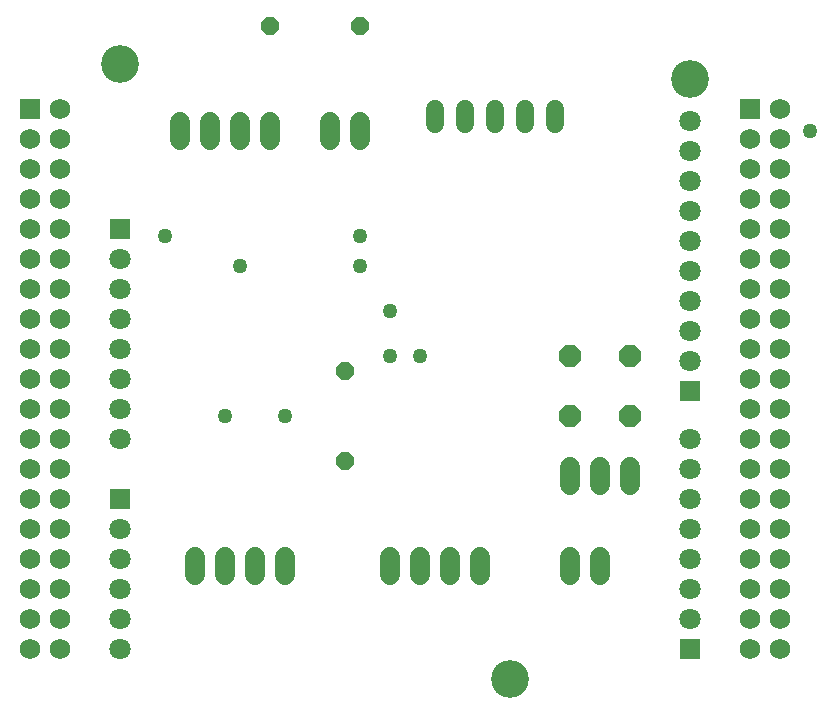
<source format=gts>
G75*
%MOIN*%
%OFA0B0*%
%FSLAX25Y25*%
%IPPOS*%
%LPD*%
%AMOC8*
5,1,8,0,0,1.08239X$1,22.5*
%
%ADD10R,0.06824X0.06824*%
%ADD11C,0.06824*%
%ADD12R,0.07119X0.07119*%
%ADD13C,0.07119*%
%ADD14C,0.12611*%
%ADD15C,0.06737*%
%ADD16C,0.06000*%
%ADD17C,0.06800*%
%ADD18OC8,0.07100*%
%ADD19OC8,0.06000*%
%ADD20C,0.04959*%
D10*
X0026000Y0208441D03*
X0266000Y0208441D03*
D11*
X0026000Y0028441D03*
X0026000Y0038441D03*
X0026000Y0048441D03*
X0026000Y0058441D03*
X0026000Y0068441D03*
X0026000Y0078441D03*
X0026000Y0088441D03*
X0026000Y0098441D03*
X0026000Y0108441D03*
X0026000Y0118441D03*
X0026000Y0128441D03*
X0026000Y0138441D03*
X0026000Y0148441D03*
X0026000Y0158441D03*
X0026000Y0168441D03*
X0026000Y0178441D03*
X0026000Y0188441D03*
X0026000Y0198441D03*
X0036000Y0198441D03*
X0036000Y0208441D03*
X0036000Y0188441D03*
X0036000Y0178441D03*
X0036000Y0168441D03*
X0036000Y0158441D03*
X0036000Y0148441D03*
X0036000Y0138441D03*
X0036000Y0128441D03*
X0036000Y0118441D03*
X0036000Y0108441D03*
X0036000Y0098441D03*
X0036000Y0088441D03*
X0036000Y0078441D03*
X0036000Y0068441D03*
X0036000Y0058441D03*
X0036000Y0048441D03*
X0036000Y0038441D03*
X0036000Y0028441D03*
X0266000Y0028441D03*
X0266000Y0038441D03*
X0266000Y0048441D03*
X0266000Y0058441D03*
X0266000Y0068441D03*
X0266000Y0078441D03*
X0266000Y0088441D03*
X0266000Y0098441D03*
X0266000Y0108441D03*
X0266000Y0118441D03*
X0266000Y0128441D03*
X0266000Y0138441D03*
X0266000Y0148441D03*
X0266000Y0158441D03*
X0266000Y0168441D03*
X0266000Y0178441D03*
X0266000Y0188441D03*
X0266000Y0198441D03*
X0276000Y0198441D03*
X0276000Y0208441D03*
X0276000Y0188441D03*
X0276000Y0178441D03*
X0276000Y0168441D03*
X0276000Y0158441D03*
X0276000Y0148441D03*
X0276000Y0138441D03*
X0276000Y0128441D03*
X0276000Y0118441D03*
X0276000Y0108441D03*
X0276000Y0098441D03*
X0276000Y0088441D03*
X0276000Y0078441D03*
X0276000Y0068441D03*
X0276000Y0058441D03*
X0276000Y0048441D03*
X0276000Y0038441D03*
X0276000Y0028441D03*
D12*
X0246000Y0028441D03*
X0246000Y0114425D03*
X0056000Y0078441D03*
X0056000Y0168441D03*
D13*
X0056000Y0158441D03*
X0056000Y0148441D03*
X0056000Y0138441D03*
X0056000Y0128441D03*
X0056000Y0118441D03*
X0056000Y0108441D03*
X0056000Y0098441D03*
X0056000Y0068441D03*
X0056000Y0058441D03*
X0056000Y0048441D03*
X0056000Y0038441D03*
X0056000Y0028441D03*
X0246000Y0038441D03*
X0246000Y0048441D03*
X0246000Y0058441D03*
X0246000Y0068441D03*
X0246000Y0078441D03*
X0246000Y0088441D03*
X0246000Y0098441D03*
X0246000Y0124425D03*
X0246000Y0134425D03*
X0246000Y0144425D03*
X0246000Y0154425D03*
X0246000Y0164425D03*
X0246000Y0174425D03*
X0246000Y0184425D03*
X0246000Y0194425D03*
X0246000Y0204425D03*
D14*
X0246000Y0218441D03*
X0186000Y0018441D03*
X0056000Y0223441D03*
D15*
X0076000Y0203969D02*
X0076000Y0198031D01*
X0086000Y0198031D02*
X0086000Y0203969D01*
X0096000Y0203969D02*
X0096000Y0198031D01*
X0106000Y0198031D02*
X0106000Y0203969D01*
X0126000Y0203969D02*
X0126000Y0198031D01*
X0136000Y0198031D02*
X0136000Y0203969D01*
X0146000Y0058969D02*
X0146000Y0053031D01*
X0156000Y0053031D02*
X0156000Y0058969D01*
X0166000Y0058969D02*
X0166000Y0053031D01*
X0176000Y0053031D02*
X0176000Y0058969D01*
X0206000Y0058969D02*
X0206000Y0053031D01*
X0216000Y0053031D02*
X0216000Y0058969D01*
X0111000Y0058969D02*
X0111000Y0053031D01*
X0101000Y0053031D02*
X0101000Y0058969D01*
X0091000Y0058969D02*
X0091000Y0053031D01*
X0081000Y0053031D02*
X0081000Y0058969D01*
D16*
X0161000Y0203400D02*
X0161000Y0208600D01*
X0171000Y0208600D02*
X0171000Y0203400D01*
X0181000Y0203400D02*
X0181000Y0208600D01*
X0191000Y0208600D02*
X0191000Y0203400D01*
X0201000Y0203400D02*
X0201000Y0208600D01*
D17*
X0206000Y0089000D02*
X0206000Y0083000D01*
X0216000Y0083000D02*
X0216000Y0089000D01*
X0226000Y0089000D02*
X0226000Y0083000D01*
D18*
X0226000Y0106000D03*
X0226000Y0126000D03*
X0206000Y0126000D03*
X0206000Y0106000D03*
D19*
X0131000Y0091000D03*
X0131000Y0121000D03*
X0136000Y0236000D03*
X0106000Y0236000D03*
D20*
X0136000Y0166000D03*
X0136000Y0156000D03*
X0146000Y0141000D03*
X0146000Y0126000D03*
X0156000Y0126000D03*
X0111000Y0106000D03*
X0091000Y0106000D03*
X0096000Y0156000D03*
X0071000Y0166000D03*
X0286000Y0201000D03*
M02*

</source>
